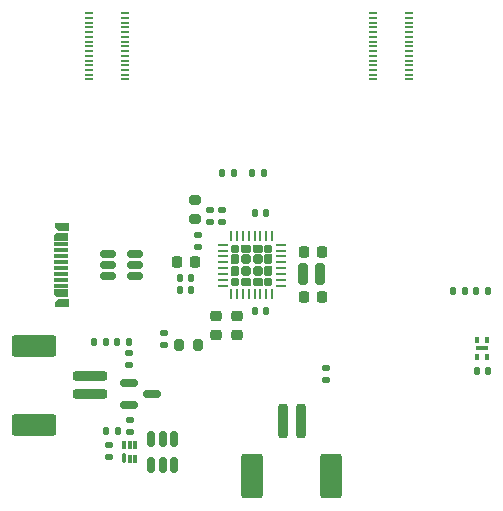
<source format=gbr>
%TF.GenerationSoftware,KiCad,Pcbnew,9.0.4-9.0.4-0~ubuntu24.04.1*%
%TF.CreationDate,2025-09-20T20:46:36+02:00*%
%TF.ProjectId,Sensor_Node_Base,53656e73-6f72-45f4-9e6f-64655f426173,rev?*%
%TF.SameCoordinates,Original*%
%TF.FileFunction,Paste,Top*%
%TF.FilePolarity,Positive*%
%FSLAX46Y46*%
G04 Gerber Fmt 4.6, Leading zero omitted, Abs format (unit mm)*
G04 Created by KiCad (PCBNEW 9.0.4-9.0.4-0~ubuntu24.04.1) date 2025-09-20 20:46:36*
%MOMM*%
%LPD*%
G01*
G04 APERTURE LIST*
G04 Aperture macros list*
%AMRoundRect*
0 Rectangle with rounded corners*
0 $1 Rounding radius*
0 $2 $3 $4 $5 $6 $7 $8 $9 X,Y pos of 4 corners*
0 Add a 4 corners polygon primitive as box body*
4,1,4,$2,$3,$4,$5,$6,$7,$8,$9,$2,$3,0*
0 Add four circle primitives for the rounded corners*
1,1,$1+$1,$2,$3*
1,1,$1+$1,$4,$5*
1,1,$1+$1,$6,$7*
1,1,$1+$1,$8,$9*
0 Add four rect primitives between the rounded corners*
20,1,$1+$1,$2,$3,$4,$5,0*
20,1,$1+$1,$4,$5,$6,$7,0*
20,1,$1+$1,$6,$7,$8,$9,0*
20,1,$1+$1,$8,$9,$2,$3,0*%
%AMOutline5P*
0 Free polygon, 5 corners , with rotation*
0 The origin of the aperture is its center*
0 number of corners: always 5*
0 $1 to $10 corner X, Y*
0 $11 Rotation angle, in degrees counterclockwise*
0 create outline with 5 corners*
4,1,5,$1,$2,$3,$4,$5,$6,$7,$8,$9,$10,$1,$2,$11*%
%AMOutline6P*
0 Free polygon, 6 corners , with rotation*
0 The origin of the aperture is its center*
0 number of corners: always 6*
0 $1 to $12 corner X, Y*
0 $13 Rotation angle, in degrees counterclockwise*
0 create outline with 6 corners*
4,1,6,$1,$2,$3,$4,$5,$6,$7,$8,$9,$10,$11,$12,$1,$2,$13*%
%AMOutline7P*
0 Free polygon, 7 corners , with rotation*
0 The origin of the aperture is its center*
0 number of corners: always 7*
0 $1 to $14 corner X, Y*
0 $15 Rotation angle, in degrees counterclockwise*
0 create outline with 7 corners*
4,1,7,$1,$2,$3,$4,$5,$6,$7,$8,$9,$10,$11,$12,$13,$14,$1,$2,$15*%
%AMOutline8P*
0 Free polygon, 8 corners , with rotation*
0 The origin of the aperture is its center*
0 number of corners: always 8*
0 $1 to $16 corner X, Y*
0 $17 Rotation angle, in degrees counterclockwise*
0 create outline with 8 corners*
4,1,8,$1,$2,$3,$4,$5,$6,$7,$8,$9,$10,$11,$12,$13,$14,$15,$16,$1,$2,$17*%
%AMFreePoly0*
4,1,19,0.290204,0.301344,0.321117,0.247801,0.322490,0.232106,0.322490,-0.157228,0.301344,-0.215326,0.296017,-0.221139,0.221139,-0.296017,0.165105,-0.322146,0.157228,-0.322490,-0.232106,-0.322490,-0.290204,-0.301344,-0.321117,-0.247801,-0.322490,-0.232106,-0.322490,0.232106,-0.301344,0.290204,-0.247801,0.321117,-0.232106,0.322490,0.232106,0.322490,0.290204,0.301344,0.290204,0.301344,
$1*%
%AMFreePoly1*
4,1,21,0.231572,0.385173,0.236504,0.380653,0.300030,0.317127,0.322198,0.269587,0.322490,0.262904,0.322490,-0.262904,0.304550,-0.312195,0.300030,-0.317127,0.236504,-0.380653,0.188964,-0.402821,0.182281,-0.403113,-0.245807,-0.403113,-0.295098,-0.385173,-0.321325,-0.339746,-0.322490,-0.326430,-0.322490,0.326430,-0.304550,0.375721,-0.259123,0.401948,-0.245807,0.403113,0.182281,0.403113,
0.231572,0.385173,0.231572,0.385173,$1*%
%AMFreePoly2*
4,1,19,0.215326,0.301344,0.221139,0.296017,0.296017,0.221139,0.322146,0.165105,0.322490,0.157228,0.322490,-0.232106,0.301344,-0.290204,0.247801,-0.321117,0.232106,-0.322490,-0.232106,-0.322490,-0.290204,-0.301344,-0.321117,-0.247801,-0.322490,-0.232106,-0.322490,0.232106,-0.301344,0.290204,-0.247801,0.321117,-0.232106,0.322490,0.157228,0.322490,0.215326,0.301344,0.215326,0.301344,
$1*%
%AMFreePoly3*
4,1,21,0.375721,0.304550,0.401948,0.259123,0.403113,0.245807,0.403113,-0.182281,0.385173,-0.231572,0.380653,-0.236504,0.317127,-0.300030,0.269587,-0.322198,0.262904,-0.322490,-0.262904,-0.322490,-0.312195,-0.304550,-0.317127,-0.300030,-0.380653,-0.236504,-0.402821,-0.188964,-0.403113,-0.182281,-0.403113,0.245807,-0.385173,0.295098,-0.339746,0.321325,-0.326430,0.322490,0.326430,0.322490,
0.375721,0.304550,0.375721,0.304550,$1*%
%AMFreePoly4*
4,1,21,0.312195,0.304550,0.317127,0.300030,0.380653,0.236504,0.402821,0.188964,0.403113,0.182281,0.403113,-0.245807,0.385173,-0.295098,0.339746,-0.321325,0.326430,-0.322490,-0.326430,-0.322490,-0.375721,-0.304550,-0.401948,-0.259123,-0.403113,-0.245807,-0.403113,0.182281,-0.385173,0.231572,-0.380653,0.236504,-0.317127,0.300030,-0.269587,0.322198,-0.262904,0.322490,0.262904,0.322490,
0.312195,0.304550,0.312195,0.304550,$1*%
%AMFreePoly5*
4,1,19,0.290204,0.301344,0.321117,0.247801,0.322490,0.232106,0.322490,-0.232106,0.301344,-0.290204,0.247801,-0.321117,0.232106,-0.322490,-0.157228,-0.322490,-0.215326,-0.301344,-0.221139,-0.296017,-0.296017,-0.221139,-0.322146,-0.165105,-0.322490,-0.157228,-0.322490,0.232106,-0.301344,0.290204,-0.247801,0.321117,-0.232106,0.322490,0.232106,0.322490,0.290204,0.301344,0.290204,0.301344,
$1*%
%AMFreePoly6*
4,1,21,0.295098,0.385173,0.321325,0.339746,0.322490,0.326430,0.322490,-0.326430,0.304550,-0.375721,0.259123,-0.401948,0.245807,-0.403113,-0.182281,-0.403113,-0.231572,-0.385173,-0.236504,-0.380653,-0.300030,-0.317127,-0.322198,-0.269587,-0.322490,-0.262904,-0.322490,0.262904,-0.304550,0.312195,-0.300030,0.317127,-0.236504,0.380653,-0.188964,0.402821,-0.182281,0.403113,0.245807,0.403113,
0.295098,0.385173,0.295098,0.385173,$1*%
%AMFreePoly7*
4,1,19,0.290204,0.301344,0.321117,0.247801,0.322490,0.232106,0.322490,-0.232106,0.301344,-0.290204,0.247801,-0.321117,0.232106,-0.322490,-0.232106,-0.322490,-0.290204,-0.301344,-0.321117,-0.247801,-0.322490,-0.232106,-0.322490,0.157228,-0.301344,0.215326,-0.296017,0.221139,-0.221139,0.296017,-0.165105,0.322146,-0.157228,0.322490,0.232106,0.322490,0.290204,0.301344,0.290204,0.301344,
$1*%
G04 Aperture macros list end*
%ADD10RoundRect,0.200000X-0.200000X-1.250000X0.200000X-1.250000X0.200000X1.250000X-0.200000X1.250000X0*%
%ADD11RoundRect,0.250000X-0.650000X-1.650000X0.650000X-1.650000X0.650000X1.650000X-0.650000X1.650000X0*%
%ADD12RoundRect,0.135000X0.135000X0.185000X-0.135000X0.185000X-0.135000X-0.185000X0.135000X-0.185000X0*%
%ADD13RoundRect,0.135000X-0.185000X0.135000X-0.185000X-0.135000X0.185000X-0.135000X0.185000X0.135000X0*%
%ADD14RoundRect,0.225000X0.225000X0.250000X-0.225000X0.250000X-0.225000X-0.250000X0.225000X-0.250000X0*%
%ADD15RoundRect,0.150000X0.512500X0.150000X-0.512500X0.150000X-0.512500X-0.150000X0.512500X-0.150000X0*%
%ADD16RoundRect,0.135000X-0.135000X-0.185000X0.135000X-0.185000X0.135000X0.185000X-0.135000X0.185000X0*%
%ADD17R,0.700000X0.200000*%
%ADD18RoundRect,0.140000X0.170000X-0.140000X0.170000X0.140000X-0.170000X0.140000X-0.170000X-0.140000X0*%
%ADD19RoundRect,0.135000X0.185000X-0.135000X0.185000X0.135000X-0.185000X0.135000X-0.185000X-0.135000X0*%
%ADD20RoundRect,0.225000X-0.225000X-0.250000X0.225000X-0.250000X0.225000X0.250000X-0.225000X0.250000X0*%
%ADD21FreePoly0,180.000000*%
%ADD22FreePoly1,180.000000*%
%ADD23FreePoly2,180.000000*%
%ADD24FreePoly3,180.000000*%
%ADD25RoundRect,0.201557X0.201556X0.201556X-0.201556X0.201556X-0.201556X-0.201556X0.201556X-0.201556X0*%
%ADD26FreePoly4,180.000000*%
%ADD27FreePoly5,180.000000*%
%ADD28FreePoly6,180.000000*%
%ADD29FreePoly7,180.000000*%
%ADD30RoundRect,0.062500X0.337500X0.062500X-0.337500X0.062500X-0.337500X-0.062500X0.337500X-0.062500X0*%
%ADD31RoundRect,0.062500X0.062500X0.337500X-0.062500X0.337500X-0.062500X-0.337500X0.062500X-0.337500X0*%
%ADD32RoundRect,0.140000X-0.140000X-0.170000X0.140000X-0.170000X0.140000X0.170000X-0.140000X0.170000X0*%
%ADD33RoundRect,0.200000X-1.250000X0.200000X-1.250000X-0.200000X1.250000X-0.200000X1.250000X0.200000X0*%
%ADD34RoundRect,0.250000X-1.650000X0.650000X-1.650000X-0.650000X1.650000X-0.650000X1.650000X0.650000X0*%
%ADD35RoundRect,0.218750X-0.256250X0.218750X-0.256250X-0.218750X0.256250X-0.218750X0.256250X0.218750X0*%
%ADD36RoundRect,0.140000X0.140000X0.170000X-0.140000X0.170000X-0.140000X-0.170000X0.140000X-0.170000X0*%
%ADD37RoundRect,0.200000X-0.200000X0.700000X-0.200000X-0.700000X0.200000X-0.700000X0.200000X0.700000X0*%
%ADD38Outline5P,-0.300000X0.575000X0.300000X0.575000X0.300000X-0.365000X0.090000X-0.575000X-0.300000X-0.575000X270.000000*%
%ADD39Outline5P,-0.300000X0.620000X0.300000X0.620000X0.300000X-0.620000X-0.090000X-0.620000X-0.300000X-0.410000X270.000000*%
%ADD40R,1.240000X0.300000*%
%ADD41Outline5P,-0.300000X0.620000X0.300000X0.620000X0.300000X-0.410000X0.090000X-0.620000X-0.300000X-0.620000X270.000000*%
%ADD42Outline5P,-0.300000X0.575000X0.300000X0.575000X0.300000X-0.575000X-0.090000X-0.575000X-0.300000X-0.365000X270.000000*%
%ADD43RoundRect,0.200000X0.200000X0.275000X-0.200000X0.275000X-0.200000X-0.275000X0.200000X-0.275000X0*%
%ADD44RoundRect,0.070000X-0.070000X-0.355000X0.070000X-0.355000X0.070000X0.355000X-0.070000X0.355000X0*%
%ADD45RoundRect,0.070000X-0.070000X-0.305000X0.070000X-0.305000X0.070000X0.305000X-0.070000X0.305000X0*%
%ADD46RoundRect,0.150000X-0.587500X-0.150000X0.587500X-0.150000X0.587500X0.150000X-0.587500X0.150000X0*%
%ADD47R,0.300000X0.500000*%
%ADD48RoundRect,0.100000X0.400000X0.100000X-0.400000X0.100000X-0.400000X-0.100000X0.400000X-0.100000X0*%
%ADD49RoundRect,0.200000X0.275000X-0.200000X0.275000X0.200000X-0.275000X0.200000X-0.275000X-0.200000X0*%
%ADD50RoundRect,0.150000X-0.150000X0.512500X-0.150000X-0.512500X0.150000X-0.512500X0.150000X0.512500X0*%
G04 APERTURE END LIST*
D10*
%TO.C,CON102*%
X146330000Y-129980000D03*
X147830000Y-129980000D03*
D11*
X143730000Y-134680000D03*
X150430000Y-134680000D03*
%TD*%
D12*
%TO.C,R207*%
X163720000Y-119000000D03*
X162700000Y-119000000D03*
%TD*%
D13*
%TO.C,R301*%
X133330000Y-124250000D03*
X133330000Y-125270000D03*
%TD*%
D14*
%TO.C,C306*%
X138880000Y-116560000D03*
X137330000Y-116560000D03*
%TD*%
D13*
%TO.C,R302*%
X131590000Y-132020000D03*
X131590000Y-133040000D03*
%TD*%
D12*
%TO.C,R210*%
X133310000Y-123260000D03*
X132290000Y-123260000D03*
%TD*%
D15*
%TO.C,D101*%
X133787500Y-117712500D03*
X133787500Y-116762500D03*
X133787500Y-115812500D03*
X131512500Y-115812500D03*
X131512500Y-116762500D03*
X131512500Y-117712500D03*
%TD*%
D16*
%TO.C,R208*%
X141140000Y-109000000D03*
X142160000Y-109000000D03*
%TD*%
D17*
%TO.C,M201*%
X133000000Y-95470000D03*
X129920000Y-95470000D03*
X133000000Y-95870000D03*
X129920000Y-95870000D03*
X133000000Y-96270000D03*
X129920000Y-96270000D03*
X133000000Y-96670000D03*
X129920000Y-96670000D03*
X133000000Y-97070000D03*
X129920000Y-97070000D03*
X133000000Y-97470000D03*
X129920000Y-97470000D03*
X133000000Y-97870000D03*
X129920000Y-97870000D03*
X133000000Y-98270000D03*
X129920000Y-98270000D03*
X133000000Y-98670000D03*
X129920000Y-98670000D03*
X133000000Y-99070000D03*
X129920000Y-99070000D03*
X133000000Y-99470000D03*
X129920000Y-99470000D03*
X133000000Y-99870000D03*
X129920000Y-99870000D03*
X133000000Y-100270000D03*
X129920000Y-100270000D03*
X133000000Y-100670000D03*
X129920000Y-100670000D03*
X133000000Y-101070000D03*
X129920000Y-101070000D03*
X157000000Y-95470000D03*
X153920000Y-95470000D03*
X157000000Y-95870000D03*
X153920000Y-95870000D03*
X157000000Y-96270000D03*
X153920000Y-96270000D03*
X157000000Y-96670000D03*
X153920000Y-96670000D03*
X157000000Y-97070000D03*
X153920000Y-97070000D03*
X157000000Y-97470000D03*
X153920000Y-97470000D03*
X157000000Y-97870000D03*
X153920000Y-97870000D03*
X157000000Y-98270000D03*
X153920000Y-98270000D03*
X157000000Y-98670000D03*
X153920000Y-98670000D03*
X157000000Y-99070000D03*
X153920000Y-99070000D03*
X157000000Y-99470000D03*
X153920000Y-99470000D03*
X157000000Y-99870000D03*
X153920000Y-99870000D03*
X157000000Y-100270000D03*
X153920000Y-100270000D03*
X157000000Y-100670000D03*
X153920000Y-100670000D03*
X157000000Y-101070000D03*
X153920000Y-101070000D03*
%TD*%
D18*
%TO.C,C303*%
X139130000Y-115240000D03*
X139130000Y-114280000D03*
%TD*%
D19*
%TO.C,R205*%
X149990000Y-126530000D03*
X149990000Y-125510000D03*
%TD*%
%TO.C,R305*%
X141200000Y-113130000D03*
X141200000Y-112110000D03*
%TD*%
%TO.C,R304*%
X140150000Y-113130000D03*
X140150000Y-112110000D03*
%TD*%
D20*
%TO.C,C305*%
X148080000Y-119460000D03*
X149630000Y-119460000D03*
%TD*%
D19*
%TO.C,R202*%
X136285000Y-123550000D03*
X136285000Y-122530000D03*
%TD*%
D21*
%TO.C,IC302*%
X145080000Y-118210000D03*
D22*
X145080000Y-117310000D03*
X145080000Y-116310000D03*
D23*
X145080000Y-115410000D03*
D24*
X144180000Y-118210000D03*
D25*
X144180000Y-117310000D03*
X144180000Y-116310000D03*
D26*
X144180000Y-115410000D03*
D24*
X143180000Y-118210000D03*
D25*
X143180000Y-117310000D03*
X143180000Y-116310000D03*
D26*
X143180000Y-115410000D03*
D27*
X142280000Y-118210000D03*
D28*
X142280000Y-117310000D03*
X142280000Y-116310000D03*
D29*
X142280000Y-115410000D03*
D30*
X146130000Y-118560000D03*
X146130000Y-118060000D03*
X146130000Y-117560000D03*
X146130000Y-117060000D03*
X146130000Y-116560000D03*
X146130000Y-116060000D03*
X146130000Y-115560000D03*
X146130000Y-115060000D03*
D31*
X145430000Y-114360000D03*
X144930000Y-114360000D03*
X144430000Y-114360000D03*
X143930000Y-114360000D03*
X143430000Y-114360000D03*
X142930000Y-114360000D03*
X142430000Y-114360000D03*
X141930000Y-114360000D03*
D30*
X141230000Y-115060000D03*
X141230000Y-115560000D03*
X141230000Y-116060000D03*
X141230000Y-116560000D03*
X141230000Y-117060000D03*
X141230000Y-117560000D03*
X141230000Y-118060000D03*
X141230000Y-118560000D03*
D31*
X141930000Y-119260000D03*
X142430000Y-119260000D03*
X142930000Y-119260000D03*
X143430000Y-119260000D03*
X143930000Y-119260000D03*
X144430000Y-119260000D03*
X144930000Y-119260000D03*
X145430000Y-119260000D03*
%TD*%
D32*
%TO.C,C304*%
X143930000Y-112420000D03*
X144890000Y-112420000D03*
%TD*%
D12*
%TO.C,R206*%
X144760000Y-108980000D03*
X143740000Y-108980000D03*
%TD*%
D33*
%TO.C,CON103*%
X129990000Y-126200000D03*
X129990000Y-127700000D03*
D34*
X125290000Y-123600000D03*
X125290000Y-130300000D03*
%TD*%
D35*
%TO.C,D301*%
X142430000Y-121135000D03*
X142430000Y-122710000D03*
%TD*%
D18*
%TO.C,C301*%
X133340000Y-130880000D03*
X133340000Y-129920000D03*
%TD*%
D36*
%TO.C,C309*%
X138570000Y-118860000D03*
X137610000Y-118860000D03*
%TD*%
%TO.C,C302*%
X138570000Y-117860000D03*
X137610000Y-117860000D03*
%TD*%
D32*
%TO.C,C221*%
X162720000Y-125750000D03*
X163680000Y-125750000D03*
%TD*%
D37*
%TO.C,L301*%
X149505000Y-117560000D03*
X148005000Y-117560000D03*
%TD*%
D35*
%TO.C,D302*%
X140660000Y-121135000D03*
X140660000Y-122710000D03*
%TD*%
D38*
%TO.C,CON101*%
X127600000Y-113580000D03*
D39*
X127550000Y-114380000D03*
D40*
X127550000Y-115530000D03*
X127550000Y-116530000D03*
X127550000Y-117030000D03*
X127550000Y-118030000D03*
D41*
X127550000Y-119180000D03*
D42*
X127600000Y-119980000D03*
X127600000Y-119980000D03*
D41*
X127550000Y-119180000D03*
D40*
X127550000Y-118530000D03*
X127550000Y-117530000D03*
X127550000Y-116030000D03*
X127550000Y-115030000D03*
D39*
X127550000Y-114380000D03*
D38*
X127600000Y-113580000D03*
%TD*%
D16*
%TO.C,R204*%
X160750000Y-119000000D03*
X161770000Y-119000000D03*
%TD*%
D12*
%TO.C,R211*%
X131350000Y-123270000D03*
X130330000Y-123270000D03*
%TD*%
D43*
%TO.C,R201*%
X139175000Y-123550000D03*
X137525000Y-123550000D03*
%TD*%
D44*
%TO.C,IC301*%
X132840000Y-133125000D03*
D45*
X133340000Y-133175000D03*
X133840000Y-133175000D03*
X133840000Y-132025000D03*
X133340000Y-132025000D03*
X132840000Y-132025000D03*
%TD*%
D46*
%TO.C,T301*%
X133335000Y-126738000D03*
X133335000Y-128638000D03*
X135210000Y-127688000D03*
%TD*%
D47*
%TO.C,IC202*%
X163600000Y-123150000D03*
X162800000Y-123150000D03*
X162800000Y-124550000D03*
X163600000Y-124550000D03*
D48*
X163200000Y-123850000D03*
%TD*%
D20*
%TO.C,C308*%
X148080000Y-115660000D03*
X149630000Y-115660000D03*
%TD*%
D32*
%TO.C,C307*%
X143930000Y-120660000D03*
X144890000Y-120660000D03*
%TD*%
D49*
%TO.C,R306*%
X138850000Y-112895000D03*
X138850000Y-111245000D03*
%TD*%
D50*
%TO.C,T302*%
X137090000Y-131475000D03*
X136140000Y-131475000D03*
X135190000Y-131475000D03*
X135190000Y-133750000D03*
X136140000Y-133750000D03*
X137090000Y-133750000D03*
%TD*%
D16*
%TO.C,R303*%
X131330000Y-130850000D03*
X132350000Y-130850000D03*
%TD*%
M02*

</source>
